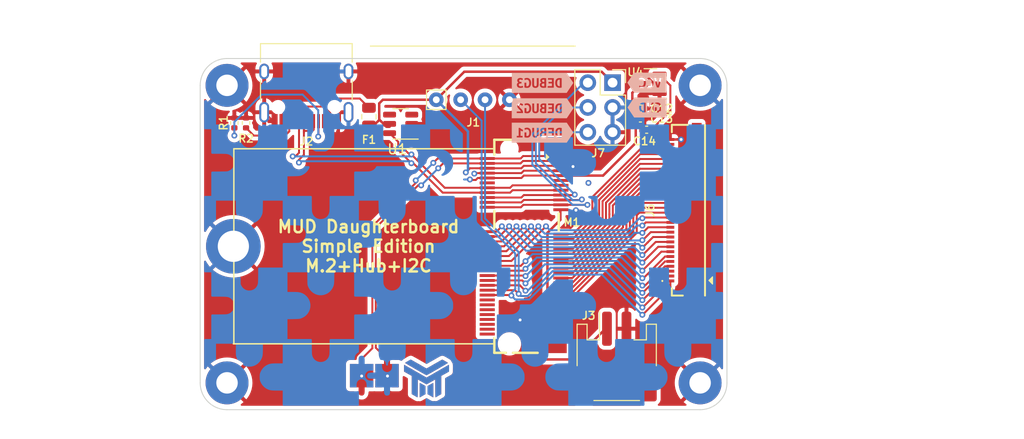
<source format=kicad_pcb>
(kicad_pcb (version 20211014) (generator pcbnew)
  (title_block (title "Simple") (date "2022-03-26") (rev "1") (company "TapTap"))
  (layers (0 "F.Cu" signal) (31 "B.Cu" signal) (34 "B.Paste" user) (35 "F.Paste" user) (36 "B.SilkS" user "B.Silkscreen") (37 "F.SilkS" user "F.Silkscreen") (38 "B.Mask" user) (39 "F.Mask" user) (44 "Edge.Cuts" user))
  (net 0 "")
  (net 1 "vout")
  (net 2 "GND")
  (net 3 "Net-(F1-Pad2)")
  (net 4 "+5V")
  (net 5 "Net-(J2-PadA5)")
  (net 6 "DI+")
  (net 7 "DI-")
  (net 9 "Net-(J2-PadB5)")
  (net 11 "vbat")
  (net 14 "P0")
  (net 15 "P1")
  (net 16 "P2")
  (net 17 "P3")
  (net 18 "P4")
  (net 19 "P5")
  (net 20 "P6")
  (net 21 "P7")
  (net 22 "P8")
  (net 23 "P9")
  (net 24 "P10")
  (net 25 "P11")
  (net 26 "I2C_SDA")
  (net 27 "I2C_SCL")
  (net 28 "P14")
  (net 29 "P15")
  (net 30 "P16")
  (net 31 "P17")
  (net 32 "P18")
  (net 33 "P19")
  (net 34 "P20")
  (net 35 "P21")
  (net 36 "P22")
  (net 37 "P23")
  (net 38 "P24")
  (net 39 "P25")
  (net 40 "P26")
  (net 41 "P27")
  (net 42 "reset1")
  (net 43 "reset2")
  (net 46 "DEBUG1")
  (net 47 "DEBUG2")
  (net 48 "DEBUG3")
  (net 65 "mbout")
  (footprint "MountingHole:MountingHole_2.2mm_M2_Pad" (layer "F.Cu") (at 66 48)
    (fp_text reference "H2" hide)
    (fp_text value "Case attach (M2)")
  )
  (footprint "Resistor_SMD:R_0402_1005Metric" (layer "F.Cu") (at 18.25 21.35 -90)
    (fp_text reference "R1")
    (fp_text value "5.1k")
  )
  (footprint "Connector_JST:JST_PH_S2B-PH-SM4-TB_1x02-1MP_P2.00mm_Horizontal" (layer "F.Cu") (at 57.45 45.3)
    (fp_text reference "J3")
    (fp_text value "BATTERY JST")
  )
  (footprint "MountingHole:MountingHole_2.2mm_M2_Pad" (layer "F.Cu") (at 17.5 48)
    (fp_text reference "H4" hide)
    (fp_text value "Case attach (M2)")
  )
  (footprint "Connector-pat-various:Magnetic Pogo 4 pin" (layer "F.Cu") (at 42.7 13.475)
    (fp_text reference "J1")
    (fp_text value "I2C EXT")
  )
  (footprint "LogoSmall:Full-brd" (layer "F.Cu") (at 41.75 32.75)
    (fp_text reference "Ref**" hide)
    (fp_text value "Val**" hide)
  )
  (footprint "MountingHole:MountingHole_2.2mm_M2_Pad" (layer "F.Cu") (at 17.5 17.5)
    (fp_text reference "H1" hide)
    (fp_text value "Case attach (M2)")
  )
  (footprint "Package_TO_SOT_SMD:SOT-23" (layer "F.Cu") (at 60.9 17.35 180)
    (fp_text reference "U4")
    (fp_text value "XC6206P332MR")
  )
  (footprint "LogoSmall:tt_4mm" (layer "F.Cu") (at 37.95 47.55)
    (fp_text reference "LO1" hide)
    (fp_text value "TapTap Logo" hide)
  )
  (footprint "MountingHole:MountingHole_2.2mm_M2_Pad" (layer "F.Cu") (at 66 17.5)
    (fp_text reference "H3" hide)
    (fp_text value "Case attach (M2)")
  )
  (footprint "Capacitor_SMD:C_0402_1005Metric" (layer "F.Cu") (at 60.52 22.05 180)
    (fp_text reference "C14")
    (fp_text value "1uF")
  )
  (footprint "Capacitor_SMD:C_0402_1005Metric" (layer "F.Cu") (at 59.88 20.900001)
    (fp_text reference "C13")
    (fp_text value "1uF")
  )
  (footprint "Package_TO_SOT_SMD:SOT-23-6" (layer "F.Cu") (at 35.3 21.45 180)
    (fp_text reference "U1")
    (fp_text value "SRV05-4")
  )
  (footprint "Resistor_SMD:R_0402_1005Metric" (layer "F.Cu") (at 19.45 21.35 90)
    (fp_text reference "R2")
    (fp_text value "5.1k")
  )
  (footprint "Resistor_SMD:R_0805_2012Metric" (layer "F.Cu") (at 32.05 20.7125 90)
    (fp_text reference "F1")
    (fp_text value "Polyfuse")
  )
  (footprint "m2ngff:m2-bracket-key-e" (layer "F.Cu") (at 47.95 34 -90)
    (fp_text reference "M1")
    (fp_text value "M.2_Key_E")
  )
  (footprint "Connector_PinSocket_2.54mm:PinSocket_2x03_P2.54mm_Vertical" (layer "F.Cu") (at 57.025 17.225)
    (fp_text reference "J7")
    (fp_text value "DEBUG")
  )
  (footprint "Connector_USB:USB_C_Receptacle_HRO_TYPE-C-31-M-12" (layer "F.Cu") (at 25.63 17.125 180)
    (fp_text reference "J2")
    (fp_text value "HRO-TYPEC-M12")
  )
  (footprint "Capacitor_SMD:C_0402_1005Metric" (layer "F.Cu") (at 59.88 19.875001)
    (fp_text reference "C12")
    (fp_text value "4.7uF")
  )
  (footprint "LogoSmall:LogoSmall_Cu" (layer "F.Cu") (at 32.6 47.25)
    (fp_text reference "LO2" hide)
    (fp_text value "MUD LOGO" hide)
  )
  (footprint "MountingHole:MountingHole_3.2mm_M3_DIN965_Pad" (layer "F.Cu") (at 18.149 34)
    (fp_text reference "H5" hide)
    (fp_text value "M.2 Mount (M3)")
  )
  (footprint "Connector-pat-various:100519223010ELF" (layer "F.Cu") (at 64.725839 30.3 90)
    (fp_text reference "J6")
    (fp_text value "FFC" hide)
  )
  (footprint "kibuzzard-623E3129" (layer "B.Cu") (at 49.85 22.35 180)
    (fp_text reference "kibuzzard-623E3129" hide)
    (fp_text value "G***" hide)
  )
  (footprint "kibuzzard-623B2578" (layer "B.Cu") (at 60.547062 17.225 180)
    (fp_text reference "kibuzzard-623B2578" hide)
    (fp_text value "G***" hide)
  )
  (footprint "kibuzzard-623E3101" (layer "B.Cu") (at 49.85 17.25 180)
    (fp_text reference "kibuzzard-623E3101" hide)
    (fp_text value "G***" hide)
  )
  (footprint "LogoSmall:tt_4mm" (layer "B.Cu") (at 37.95 47.55 180)
    (fp_text reference "LO4" hide)
    (fp_text value "TapTap Logo" hide)
  )
  (footprint "kibuzzard-623B2586" (layer "B.Cu") (at 60.555 19.768969 180)
    (fp_text reference "kibuzzard-623B2586" hide)
    (fp_text value "G***" hide)
  )
  (footprint "kibuzzard-623E3114" (layer "B.Cu") (at 49.85 19.85 180)
    (fp_text reference "kibuzzard-623E3114" hide)
    (fp_text value "G***" hide)
  )
  (footprint "LogoSmall:LogoSmall_Cu" (layer "B.Cu") (at 32.6 47.25 180)
    (fp_text reference "LO3" hide)
    (fp_text value "MUD LOGO" hide)
  )
  (gr_line (start 18.149 44) (end 44.851 44) (layer "F.SilkS") (width 0.15))
  (gr_line (start 18.2 24) (end 18.2 44) (layer "F.SilkS") (width 0.15))
  (gr_line (start 18.2 24) (end 44.9 24) (layer "F.SilkS") (width 0.15))
  (gr_line (start 66 50.75) (end 17.5 50.75) (layer "Edge.Cuts") (width 0.1))
  (gr_arc (start 66 14.75) (mid 67.944544 15.555456) (end 68.75 17.5) (layer "Edge.Cuts") (width 0.1))
  (gr_arc (start 14.75 17.5) (mid 15.555456 15.555456) (end 17.5 14.75) (layer "Edge.Cuts") (width 0.1))
  (gr_line (start 68.75 48) (end 68.75 17.5) (layer "Edge.Cuts") (width 0.1))
  (gr_arc (start 17.5 50.75) (mid 15.555456 49.944544) (end 14.75 48) (layer "Edge.Cuts") (width 0.1))
  (gr_line (start 14.75 17.5) (end 14.75 48) (layer "Edge.Cuts") (width 0.1))
  (gr_arc (start 68.75 48) (mid 67.944544 49.944544) (end 66 50.75) (layer "Edge.Cuts") (width 0.1))
  (gr_line (start 66 14.75) (end 17.5 14.75) (layer "Edge.Cuts") (width 0.1))
  (gr_text "MUD Daughterboard\nSimple Edition\nM.2+Hub+I2C" (at 31.999 34) (layer "F.SilkS") (effects (font (size 1.25 1.25) (thickness 0.25))))
  (segment (start 42.45 27.2) (end 42.4 27.15) (width 0.2) (layer "F.Cu") (net 1))
  (segment (start 59.05 19.4) (end 59.05 18.2625) (width 0.25) (layer "F.Cu") (net 1))
  (segment (start 59.05 18.2625) (end 59.9625 17.35) (width 0.25) (layer "F.Cu") (net 1))
  (segment (start 51.674 26.75) (end 47.924 26.75) (width 0.2) (layer "F.Cu") (net 1))
  (segment (start 59.4 19.75) (end 59.05 19.4) (width 0.25) (layer "F.Cu") (net 1))
  (segment (start 47.924 26.75) (end 47.674 27) (width 0.2) (layer "F.Cu") (net 1))
  (segment (start 59.4 20.900001) (end 59.4 23.4) (width 0.25) (layer "F.Cu") (net 1))
  (segment (start 59.4 19.875001) (end 59.4 19.75) (width 0.25) (layer "F.Cu") (net 1))
  (segment (start 59.4 23.4) (end 56.05 26.75) (width 0.25) (layer "F.Cu") (net 1))
  (segment (start 42.55 27.2) (end 42.45 27.2) (width 0.2) (layer "F.Cu") (net 1))
  (segment (start 42.999978 27.2) (end 42.55 27.2) (width 0.2) (layer "F.Cu") (net 1))
  (segment (start 56.05 26.75) (end 51.674 26.75) (width 0.25) (layer "F.Cu") (net 1))
  (segment (start 43.199978 27) (end 42.999978 27.2) (width 0.2) (layer "F.Cu") (net 1))
  (segment (start 59.4 20.9) (end 59.4 19.875001) (width 0.25) (layer "F.Cu") (net 1))
  (segment (start 47.674 27) (end 44.124 27) (width 0.2) (layer "F.Cu") (net 1))
  (segment (start 44.124 27) (end 43.199978 27) (width 0.2) (layer "F.Cu") (net 1))
  (via (at 42.4 27.15) (size 0.6) (drill 0.3) (layers "F.Cu" "B.Cu") (net 1))
  (segment (start 42.4 27.15) (end 41.8 27.15) (width 0.2) (layer "B.Cu") (net 1))
  (segment (start 60.36 20.900001) (end 60.36 21.73) (width 0.25) (layer "F.Cu") (net 2))
  (segment (start 60.25 16.299639) (end 60.25 16.25) (width 0.25) (layer "F.Cu") (net 2))
  (segment (start 61.8375 18.3) (end 61.8375 17.887139) (width 0.25) (layer "F.Cu") (net 2))
  (segment (start 60.36 19.875001) (end 60.36 19.7775) (width 0.25) (layer "F.Cu") (net 2))
  (segment (start 61.8375 17.887139) (end 60.25 16.299639) (width 0.25) (layer "F.Cu") (net 2))
  (segment (start 47.674 26.499999) (end 44.124 26.499999) (width 0.2) (layer "F.Cu") (net 2))
  (segment (start 51.674 26.25) (end 47.924 26.25) (width 0.2) (layer "F.Cu") (net 2))
  (segment (start 60.36 21.73) (end 60.04 22.05) (width 0.25) (layer "F.Cu") (net 2))
  (segment (start 64.05 23.05) (end 62.950839 23.05) (width 0.25) (layer "F.Cu") (net 2))
  (segment (start 42.85 26.55) (end 42.9 26.5) (width 0.2) (layer "F.Cu") (net 2))
  (segment (start 22.225 21.17) (end 21.31 20.255) (width 0.2) (layer "F.Cu") (net 2))
  (segment (start 47.924 26.25) (end 47.674 26.499999) (width 0.2) (layer "F.Cu") (net 2))
  (segment (start 52.969 25.825) (end 52.544 26.25) (width 0.2) (layer "F.Cu") (net 2))
  (segment (start 52.544 26.25) (end 51.674 26.25) (width 0.2) (layer "F.Cu") (net 2))
  (segment (start 42.9 26.5) (end 44.124 26.5) (width 0.2) (layer "F.Cu") (net 2))
  (via (at 53.269 30.3) (size 0.6) (drill 0.3) (layers "F.Cu" "B.Cu") (net 2))
  (via (at 64.05 23.05) (size 0.6) (drill 0.3) (layers "F.Cu" "B.Cu") (net 2))
  (via (at 42.85 26.55) (size 0.6) (drill 0.3) (layers "F.Cu" "B.Cu") (net 2))
  (via (at 54.55 27.5) (size 0.6) (drill 0.3) (layers "F.Cu" "B.Cu") (net 2))
  (via (at 47.544 41.55) (size 0.6) (drill 0.3) (layers "F.Cu" "B.Cu") (net 2))
  (via (at 52.969 25.825) (size 0.6) (drill 0.3) (layers "F.Cu" "B.Cu") (net 2))
  (segment (start 24.000978 19.675) (end 23.18 20.495978) (width 0.2) (layer "F.Cu") (net 3))
  (segment (start 28.1 18.85) (end 27.275 19.675) (width 0.2) (layer "F.Cu") (net 3))
  (segment (start 28.08 20.345) (end 27.41 19.675) (width 0.2) (layer "F.Cu") (net 3))
  (segment (start 31.1 18.85) (end 28.1 18.85) (width 0.2) (layer "F.Cu") (net 3))
  (segment (start 27.41 19.675) (end 27.275 19.675) (width 0.2) (layer "F.Cu") (net 3))
  (segment (start 23.18 20.495978) (end 23.18 21.17) (width 0.2) (layer "F.Cu") (net 3))
  (segment (start 32.05 19.8) (end 31.1 18.85) (width 0.2) (layer "F.Cu") (net 3))
  (segment (start 27.275 19.675) (end 24.000978 19.675) (width 0.2) (layer "F.Cu") (net 3))
  (segment (start 28.08 21.17) (end 28.08 20.345) (width 0.2) (layer "F.Cu") (net 3))
  (segment (start 57.025 17.225) (end 55.900489 16.100489) (width 0.25) (layer "F.Cu") (net 4))
  (segment (start 33.1 20.575) (end 33.1 19.35) (width 0.25) (layer "F.Cu") (net 4))
  (segment (start 41.824511 16.100489) (end 38.95 18.975) (width 0.25) (layer "F.Cu") (net 4))
  (segment (start 55.900489 16.100489) (end 41.824511 16.100489) (width 0.25) (layer "F.Cu") (net 4))
  (segment (start 33.849639 21.75) (end 34.1625 21.75) (width 0.25) (layer "F.Cu") (net 4))
  (segment (start 51.674 25.75) (end 47.924 25.75) (width 0.2) (layer "F.Cu") (net 4))
  (segment (start 42.405382 26) (end 44.124 26) (width 0.2) (layer "F.Cu") (net 4))
  (segment (start 41.977691 26.427691) (end 42.405382 26) (width 0.2) (layer "F.Cu") (net 4))
  (segment (start 33.475 18.975) (end 38.95 18.975) (width 0.25) (layer "F.Cu") (net 4))
  (segment (start 32.525 21.625) (end 33.1 21.05) (width 0.25) (layer "F.Cu") (net 4))
  (segment (start 33.1 21.000361) (end 33.849639 21.75) (width 0.25) (layer "F.Cu") (net 4))
  (segment (start 33.1 20.575) (end 33.1 21.000361) (width 0.25) (layer "F.Cu") (net 4))
  (segment (start 47.924 25.75) (end 47.674 26) (width 0.2) (layer "F.Cu") (net 4))
  (segment (start 33.1 21.05) (end 33.1 20.575) (width 0.25) (layer "F.Cu") (net 4))
  (segment (start 47.674 26) (end 44.124 26) (width 0.2) (layer "F.Cu") (net 4))
  (segment (start 33.1 19.35) (end 33.475 18.975) (width 0.25) (layer "F.Cu") (net 4))
  (segment (start 32.05 21.625) (end 32.525 21.625) (width 0.25) (layer "F.Cu") (net 4))
  (via (at 41.977691 26.427691) (size 0.6) (drill 0.3) (layers "F.Cu" "B.Cu") (net 4))
  (segment (start 42.2 22.225) (end 38.95 18.975) (width 0.25) (layer "B.Cu") (net 4))
  (segment (start 42.2 26.205382) (end 42.2 22.225) (width 0.25) (layer "B.Cu") (net 4))
  (segment (start 41.977691 26.427691) (end 42.2 26.205382) (width 0.25) (layer "B.Cu") (net 4))
  (segment (start 26.88 21.17) (end 26.88 22.72) (width 0.2) (layer "F.Cu") (net 5))
  (segment (start 26.88 22.72) (end 26.85 22.75) (width 0.2) (layer "F.Cu") (net 5))
  (segment (start 18.25 22.65) (end 18.25 21.86) (width 0.2) (layer "F.Cu") (net 5))
  (via (at 26.85 22.75) (size 0.6) (drill 0.3) (layers "F.Cu" "B.Cu") (net 5))
  (via (at 18.25 22.65) (size 0.6) (drill 0.3) (layers "F.Cu" "B.Cu") (net 5))
  (segment (start 26.85 20.05) (end 26.85 22.75) (width 0.2) (layer "B.Cu") (net 5))
  (segment (start 25.25 18.45) (end 26.85 20.05) (width 0.2) (layer "B.Cu") (net 5))
  (segment (start 18.25 22.65) (end 18.25 21.25) (width 0.2) (layer "B.Cu") (net 5))
  (segment (start 18.25 21.25) (end 21.05 18.45) (width 0.2) (layer "B.Cu") (net 5))
  (segment (start 21.05 18.45) (end 25.25 18.45) (width 0.2) (layer "B.Cu") (net 5))
  (segment (start 35.55 23.924694) (end 35.55 23.2875) (width 0.2) (layer "F.Cu") (net 6))
  (segment (start 39.818199 28) (end 44.124 28) (width 0.2) (layer "F.Cu") (net 6))
  (segment (start 24.88 21.17) (end 24.88 20.31) (width 0.2) (layer "F.Cu") (net 6))
  (segment (start 24.88 21.17) (end 24.88 24.416446) (width 0.2) (layer "F.Cu") (net 6))
  (segment (start 25.05 20.14) (end 25.67 20.14) (width 0.2) (layer "F.Cu") (net 6))
  (segment (start 24.88 20.31) (end 25.05 20.14) (width 0.2) (layer "F.Cu") (net 6))
  (segment (start 44.124 28) (end 46.524 28) (width 0.2) (layer "F.Cu") (net 6))
  (segment (start 36.4 24.581801) (end 39.818199 28) (width 0.2) (layer "F.Cu") (net 6))
  (segment (start 24.514645 24.781801) (end 24.231801 24.781801) (width 0.2) (layer "F.Cu") (net 6))
  (segment (start 35.55 23.2875) (end 36.4375 22.4) (width 0.2) (layer "F.Cu") (net 6))
  (segment (start 51.674 27.75) (end 46.774 27.75) (width 0.2) (layer "F.Cu") (net 6))
  (segment (start 25.67 20.14) (end 25.879999 20.349999) (width 0.2) (layer "F.Cu") (net 6))
  (segment (start 25.879999 20.349999) (end 25.879999 21.17) (width 0.2) (layer "F.Cu") (net 6))
  (segment (start 24.88 24.416446) (end 24.514645 24.781801) (width 0.2) (layer "F.Cu") (net 6))
  (segment (start 36.4 24.581801) (end 36.207107 24.581801) (width 0.2) (layer "F.Cu") (net 6))
  (segment (start 36.207107 24.581801) (end 35.55 23.924694) (width 0.2) (layer "F.Cu") (net 6))
  (segment (start 46.524 28) (end 46.774 27.75) (width 0.2) (layer "F.Cu") (net 6))
  (via (at 24.231801 24.781801) (size 0.6) (drill 0.3) (layers "F.Cu" "B.Cu") (net 6))
  (via (at 36.4 24.581801) (size 0.6) (drill 0.3) (layers "F.Cu" "B.Cu") (net 6))
  (segment (start 24.231801 24.781801) (end 36.2 24.781801) (width 0.2) (layer "B.Cu") (net 6))
  (segment (start 36.2 24.781801) (end 36.4 24.581801) (width 0.2) (layer "B.Cu") (net 6))
  (segment (start 35.05 24.131801) (end 35.05 23.2875) (width 0.2) (layer "F.Cu") (net 7))
  (segment (start 39.611092 28.5) (end 44.124 28.5) (width 0.2) (layer "F.Cu") (net 7))
  (segment (start 46.524 28.5) (end 46.774 28.25) (width 0.2) (layer "F.Cu") (net 7))
  (segment (start 36.592893 25.481801) (end 39.611092 28.5) (width 0.2) (layer "F.Cu") (net 7))
  (segment (start 51.674 28.25) (end 46.774 28.25) (width 0.2) (layer "F.Cu") (net 7))
  (segment (start 44.124 28.5) (end 46.524 28.5) (width 0.2) (layer "F.Cu") (net 7))
  (segment (start 26.38 22.044022) (end 26.254022 22.17) (width 0.2) (layer "F.Cu") (net 7))
  (segment (start 35.05 23.2875) (end 34.1625 22.4) (width 0.2) (layer "F.Cu") (net 7))
  (segment (start 26.254022 22.17) (end 25.38 22.17) (width 0.2) (layer "F.Cu") (net 7))
  (segment (start 36.4 25.481801) (end 36.592893 25.481801) (width 0.2) (layer "F.Cu") (net 7))
  (segment (start 26.38 21.17) (end 26.38 22.044022) (width 0.2) (layer "F.Cu") (net 7))
  (segment (start 25.38 21.17) (end 25.38 24.623554) (width 0.2) (layer "F.Cu") (net 7))
  (segment (start 24.868199 25.135355) (end 24.868199 25.418199) (width 0.2) (layer "F.Cu") (net 7))
  (segment (start 25.38 24.623554) (end 24.868199 25.135355) (width 0.2) (layer "F.Cu") (net 7))
  (segment (start 36.4 25.481801) (end 35.05 24.131801) (width 0.2) (layer "F.Cu") (net 7))
  (segment (start 25.38 21.17) (end 25.38 22.38) (width 0.2) (layer "F.Cu") (net 7))
  (via (at 24.868199 25.418199) (size 0.6) (drill 0.3) (layers "F.Cu" "B.Cu") (net 7))
  (via (at 36.4 25.481801) (size 0.6) (drill 0.3) (layers "F.Cu" "B.Cu") (net 7))
  (segment (start 24.868199 25.418199) (end 25.004597 25.281801) (width 0.2) (layer "B.Cu") (net 7))
  (segment (start 36.2 25.281801) (end 36.4 25.481801) (width 0.2) (layer "B.Cu") (net 7))
  (segment (start 25.004597 25.281801) (end 36.2 25.281801) (width 0.2) (layer "B.Cu") (net 7))
  (segment (start 20.24 22.65) (end 19.45 21.86) (width 0.2) (layer "F.Cu") (net 9))
  (segment (start 23.88 22.22) (end 23.45 22.65) (width 0.2) (layer "F.Cu") (net 9))
  (segment (start 23.88 21.17) (end 23.88 22.22) (width 0.2) (layer "F.Cu") (net 9))
  (segment (start 23.45 22.65) (end 20.24 22.65) (width 0.2) (layer "F.Cu") (net 9))
  (segment (start 48.9 43.55) (end 48.9 45.1) (width 0.25) (layer "F.Cu") (net 11))
  (segment (start 51.674 31.287482) (end 50.35 32.611482) (width 0.25) (layer "F.Cu") (net 11))
  (segment (start 49.4 45.6) (end 53.15 45.6) (width 0.25) (layer "F.Cu") (net 11))
  (segment (start 50.35 32.611482) (end 50.35 42.1) (width 0.25) (layer "F.Cu") (net 11))
  (segment (start 53.15 45.6) (end 56.45 42.3) (width 0.25) (layer "F.Cu") (net 11))
  (segment (start 51.674 30.25) (end 51.674 31.287482) (width 0.25) (layer "F.Cu") (net 11))
  (segment (start 50.35 42.1) (end 48.9 43.55) (width 0.25) (layer "F.Cu") (net 11))
  (segment (start 48.9 45.1) (end 49.4 45.6) (width 0.25) (layer "F.Cu") (net 11))
  (segment (start 60.075839 35.675) (end 60.302322 35.448517) (width 0.2) (layer "F.Cu") (net 14))
  (segment (start 44.124 32.5) (end 45.124 32.5) (width 0.2) (layer "F.Cu") (net 14))
  (segment (start 60.303455 35.448517) (end 60.62535 35.126622) (width 0.2) (layer "F.Cu") (net 14))
  (segment (start 60.62535 35.125489) (end 61.700839 34.05) (width 0.2) (layer "F.Cu") (net 14))
  (segment (start 60.62535 35.126622) (end 60.62535 35.125489) (width 0.2) (layer "F.Cu") (net 14))
  (segment (start 45.124 32.5) (end 45.674 31.95) (width 0.2) (layer "F.Cu") (net 14))
  (segment (start 60.302322 35.448517) (end 60.303455 35.448517) (width 0.2) (layer "F.Cu") (net 14))
  (segment (start 61.700839 34.05) (end 62.950839 34.05) (width 0.2) (layer "F.Cu") (net 14))
  (via (at 60.075839 35.675) (size 0.6) (drill 0.3) (layers "F.Cu" "B.Cu") (net 14))
  (via (at 45.674 31.95) (size 0.6) (drill 0.3) (layers "F.Cu" "B.Cu") (net 14))
  (segment (start 45.674 31.95) (end 45.674 31.977624) (width 0.2) (layer "B.Cu") (net 14))
  (segment (start 59.849356 35.448517) (end 60.075839 35.675) (width 0.2) (layer "B.Cu") (net 14))
  (segment (start 59.848223 35.448517) (end 59.849356 35.448517) (width 0.2) (layer "B.Cu") (net 14))
  (segment (start 59.526328 35.126622) (end 59.848223 35.448517) (width 0.2) (layer "B.Cu") (net 14))
  (segment (start 45.674 31.977624) (end 48.146855 34.450479) (width 0.2) (layer "B.Cu") (net 14))
  (segment (start 59.526328 35.125489) (end 59.526328 35.126622) (width 0.2) (layer "B.Cu") (net 14))
  (segment (start 58.851318 34.450479) (end 59.526328 35.125489) (width 0.2) (layer "B.Cu") (net 14))
  (segment (start 48.146855 34.450479) (end 58.851318 34.450479) (width 0.2) (layer "B.Cu") (net 14))
  (segment (start 44.124 33) (end 45.401127 33) (width 0.2) (layer "F.Cu") (net 15))
  (segment (start 60.075839 34.899006) (end 60.103463 34.899006) (width 0.2) (layer "F.Cu") (net 15))
  (segment (start 46.423503 31.977624) (end 46.423503 31.95) (width 0.2) (layer "F.Cu") (net 15))
  (segment (start 61.452469 33.55) (end 62.950839 33.55) (width 0.2) (layer "F.Cu") (net 15))
  (segment (start 45.401127 33) (end 46.423503 31.977624) (width 0.2) (layer "F.Cu") (net 15))
  (segment (start 60.103463 34.899006) (end 61.452469 33.55) (width 0.2) (layer "F.Cu") (net 15))
  (via (at 46.423503 31.95) (size 0.6) (drill 0.3) (layers "F.Cu" "B.Cu") (net 15))
  (via (at 60.075839 34.899006) (size 0.6) (drill 0.3) (layers "F.Cu" "B.Cu") (net 15))
  (segment (start 46.423503 31.978069) (end 46.423503 31.95) (width 0.2) (layer "B.Cu") (net 15))
  (segment (start 60.075839 34.899006) (end 60.048215 34.899006) (width 0.2) (layer "B.Cu") (net 15))
  (segment (start 60.048215 34.899006) (end 59.250168 34.100959) (width 0.2) (layer "B.Cu") (net 15))
  (segment (start 59.250168 34.100959) (end 48.546393 34.100959) (width 0.2) (layer "B.Cu") (net 15))
  (segment (start 48.546393 34.100959) (end 46.423503 31.978069) (width 0.2) (layer "B.Cu") (net 15))
  (segment (start 44.124 33.5) (end 45.65063 33.5) (width 0.2) (layer "F.Cu") (net 16))
  (segment (start 60.075839 34.149503) (end 60.300831 33.924511) (width 0.2) (layer "F.Cu") (net 16))
  (segment (start 47.172561 31.978069) (end 47.172561 31.95) (width 0.2) (layer "F.Cu") (net 16))
  (segment (start 61.175342 33.05) (end 62.950839 33.05) (width 0.2) (layer "F.Cu") (net 16))
  (segment (start 60.62535 33.599992) (end 61.175342 33.05) (width 0.2) (layer "F.Cu") (net 16))
  (segment (start 60.300831 33.924511) (end 60.303455 33.924511) (width 0.2) (layer "F.Cu") (net 16))
  (segment (start 60.62535 33.602616) (end 60.62535 33.599992) (width 0.2) (layer "F.Cu") (net 16))
  (segment (start 60.303455 33.924511) (end 60.62535 33.602616) (width 0.2) (layer "F.Cu") (net 16))
  (segment (start 45.65063 33.5) (end 47.172561 31.978069) (width 0.2) (layer "F.Cu") (net 16))
  (via (at 47.172561 31.95) (size 0.6) (drill 0.3) (layers "F.Cu" "B.Cu") (net 16))
  (via (at 60.075839 34.149503) (size 0.6) (drill 0.3) (layers "F.Cu" "B.Cu") (net 16))
  (segment (start 47.172561 31.978182) (end 47.172561 31.95) (width 0.2) (layer "B.Cu") (net 16))
  (segment (start 60.075839 34.149503) (end 59.850847 33.924511) (width 0.2) (layer "B.Cu") (net 16))
  (segment (start 55.244 33.751438) (end 48.945819 33.75144) (width 0.2) (layer "B.Cu") (net 16))
  (segment (start 59.848223 33.924511) (end 59.67515 33.751438) (width 0.2) (layer "B.Cu") (net 16))
  (segment (start 59.67515 33.751438) (end 55.244 33.751438) (width 0.2) (layer "B.Cu") (net 16))
  (segment (start 59.850847 33.924511) (end 59.848223 33.924511) (width 0.2) (layer "B.Cu") (net 16))
  (segment (start 48.945819 33.75144) (end 47.172561 31.978182) (width 0.2) (layer "B.Cu") (net 16))
  (segment (start 60.200497 34.274503) (end 60.25 34.274503) (width 0.2) (layer "B.Cu") (net 16))
  (segment (start 47.921506 31.978182) (end 47.921506 31.95) (width 0.2) (layer "F.Cu") (net 17))
  (segment (start 45.899688 34) (end 47.921506 31.978182) (width 0.2) (layer "F.Cu") (net 17))
  (segment (start 60.075839 33.375) (end 60.113339 33.375) (width 0.2) (layer "F.Cu") (net 17))
  (segment (start 60.113339 33.375) (end 60.938339 32.55) (width 0.2) (layer "F.Cu") (net 17))
  (segment (start 60.938339 32.55) (end 62.950839 32.55) (width 0.2) (layer "F.Cu") (net 17))
  (segment (start 44.124 34) (end 45.899688 34) (width 0.2) (layer "F.Cu") (net 17))
  (via (at 47.921506 31.95) (size 0.6) (drill 0.3) (layers "F.Cu" "B.Cu") (net 17))
  (via (at 60.075839 33.375) (size 0.6) (drill 0.3) (layers "F.Cu" "B.Cu") (net 17))
  (segment (start 60.04892 33.401919) (end 60.075839 33.375) (width 0.2) (layer "B.Cu") (net 17))
  (segment (start 47.921506 31.95) (end 47.921506 31.977986) (width 0.2) (layer "B.Cu") (net 17))
  (segment (start 49.887936 33.401919) (end 60.04892 33.401919) (width 0.2) (layer "B.Cu") (net 17))
  (segment (start 49.34544 33.40192) (end 49.887936 33.401919) (width 0.2) (layer "B.Cu") (net 17))
  (segment (start 47.921506 31.977986) (end 49.34544 33.40192) (width 0.2) (layer "B.Cu") (net 17))
  (segment (start 60.103463 32.624006) (end 60.677469 32.05) (width 0.2) (layer "F.Cu") (net 18))
  (segment (start 60.677469 32.05) (end 62.950839 32.05) (width 0.2) (layer "F.Cu") (net 18))
  (segment (start 60.050339 32.624006) (end 60.103463 32.624006) (width 0.2) (layer "F.Cu") (net 18))
  (segment (start 46.148633 34.5) (end 48.670647 31.977986) (width 0.2) (layer "F.Cu") (net 18))
  (segment (start 48.670647 31.977986) (end 48.670647 31.95) (width 0.2) (layer "F.Cu") (net 18))
  (segment (start 44.124 34.5) (end 46.148633 34.5) (width 0.2) (layer "F.Cu") (net 18))
  (via (at 48.670647 31.95) (size 0.6) (drill 0.3) (layers "F.Cu" "B.Cu") (net 18))
  (via (at 60.075839 32.624006) (size 0.6) (drill 0.3) (layers "F.Cu" "B.Cu") (net 18))
  (segment (start 59.264586 32.624006) (end 60.075839 32.624006) (width 0.2) (layer "B.Cu") (net 18))
  (segment (start 58.836194 33.052398) (end 59.264586 32.624006) (width 0.2) (layer "B.Cu") (net 18))
  (segment (start 48.670647 31.979888) (end 49.743159 33.0524) (width 0.2) (layer "B.Cu") (net 18))
  (segment (start 49.743161 33.052399) (end 58.836194 33.052398) (width 0.2) (layer "B.Cu") (net 18))
  (segment (start 49.743159 33.0524) (end 49.743161 33.052399) (width 0.2) (layer "B.Cu") (net 18))
  (segment (start 60.2245 32.749006) (end 60.125994 32.749006) (width 0.2) (layer "B.Cu") (net 18))
  (segment (start 48.670647 31.95) (end 48.670647 31.979888) (width 0.2) (layer "B.Cu") (net 18))
  (segment (start 49.417886 31.979888) (end 49.417886 31.95) (width 0.2) (layer "F.Cu") (net 19))
  (segment (start 46.397774 35) (end 49.417886 31.979888) (width 0.2) (layer "F.Cu") (net 19))
  (segment (start 44.124 35) (end 46.397774 35) (width 0.2) (layer "F.Cu") (net 19))
  (segment (start 60.103463 31.874503) (end 60.050339 31.874503) (width 0.2) (layer "F.Cu") (net 19))
  (segment (start 60.427966 31.55) (end 60.103463 31.874503) (width 0.2) (layer "F.Cu") (net 19))
  (segment (start 62.950839 31.55) (end 60.427966 31.55) (width 0.2) (layer "F.Cu") (net 19))
  (via (at 60.075839 31.874503) (size 0.6) (drill 0.3) (layers "F.Cu" "B.Cu") (net 19))
  (via (at 49.417886 31.95) (size 0.6) (drill 0.3) (layers "F.Cu" "B.Cu") (net 19))
  (segment (start 60.196876 31.999503) (end 60.2245 31.999503) (width 0.2) (layer "B.Cu") (net 19))
  (segment (start 49.417886 31.95) (end 49.417886 32.051114) (width 0.2) (layer "B.Cu") (net 19))
  (segment (start 59.519793 31.874503) (end 60.075839 31.874503) (width 0.2) (layer "B.Cu") (net 19))
  (segment (start 50.069651 32.702879) (end 58.691417 32.702879) (width 0.2) (layer "B.Cu") (net 19))
  (segment (start 49.417886 32.051114) (end 50.069651 32.702879) (width 0.2) (layer "B.Cu") (net 19))
  (segment (start 58.691417 32.702879) (end 59.519793 31.874503) (width 0.2) (layer "B.Cu") (net 19))
  (segment (start 50.199 31.95) (end 46.649 35.5) (width 0.2) (layer "F.Cu") (net 20))
  (segment (start 60.125339 31.05) (end 62.950839 31.05) (width 0.2) (layer "F.Cu") (net 20))
  (segment (start 60.050339 31.125) (end 60.125339 31.05) (width 0.2) (layer "F.Cu") (net 20))
  (segment (start 46.649 35.5) (end 44.124 35.5) (width 0.2) (layer "F.Cu") (net 20))
  (via (at 50.199 31.95) (size 0.6) (drill 0.3) (layers "F.Cu" "B.Cu") (net 20))
  (via (at 60.075839 31.125) (size 0.6) (drill 0.3) (layers "F.Cu" "B.Cu") (net 20))
  (segment (start 58.54664 32.35336) (end 59.775 31.125) (width 0.2) (layer "B.Cu") (net 20))
  (segment (start 59.775 31.125) (end 60.075839 31.125) (width 0.2) (layer "B.Cu") (net 20))
  (segment (start 50.199 31.95) (end 50.60236 32.35336) (width 0.2) (layer "B.Cu") (net 20))
  (segment (start 50.60236 32.35336) (end 58.54664 32.35336) (width 0.2) (layer "B.Cu") (net 20))
  (segment (start 60.2 31.25) (end 60.2245 31.25) (width 0.2) (layer "B.Cu") (net 20))
  (segment (start 60.075839 36.5) (end 62.025839 34.55) (width 0.2) (layer "F.Cu") (net 21))
  (segment (start 44.124 36) (end 47.624 36) (width 0.2) (layer "F.Cu") (net 21))
  (segment (start 47.624 36) (end 48.099 35.525) (width 0.2) (layer "F.Cu") (net 21))
  (segment (start 62.025839 34.55) (end 62.950839 34.55) (width 0.2) (layer "F.Cu") (net 21))
  (via (at 60.075839 36.5) (size 0.6) (drill 0.3) (layers "F.Cu" "B.Cu") (net 21))
  (via (at 48.099 35.525) (size 0.6) (drill 0.3) (layers "F.Cu" "B.Cu") (net 21))
  (segment (start 58.375843 34.800004) (end 55.244004 34.800004) (width 0.2) (layer "B.Cu") (net 21))
  (segment (start 60.247376 36.625) (end 60.25 36.625) (width 0.2) (layer "B.Cu") (net 21))
  (segment (start 55.244004 34.800004) (end 55.244 34.8) (width 0.2) (layer "B.Cu") (net 21))
  (segment (start 55.244 34.8) (end 48.824001 34.799999) (width 0.2) (layer "B.Cu") (net 21))
  (segment (start 48.824001 34.799999) (end 48.099 35.525) (width 0.2) (layer "B.Cu") (net 21))
  (segment (start 60.075839 36.5) (end 58.375843 34.800004) (width 0.2) (layer "B.Cu") (net 21))
  (segment (start 44.124 36.5) (end 47.901986 36.5) (width 0.2) (layer "F.Cu") (net 22))
  (segment (start 62.950839 35.05) (end 62.408727 35.05) (width 0.2) (layer "F.Cu") (net 22))
  (segment (start 62.408727 35.05) (end 60.184224 37.274503) (width 0.2) (layer "F.Cu") (net 22))
  (segment (start 60.184224 37.274503) (end 60.075839 37.274503) (width 0.2) (layer "F.Cu") (net 22))
  (segment (start 47.901986 36.5) (end 48.099 36.302986) (width 0.2) (layer "F.Cu") (net 22))
  (via (at 48.099 36.302986) (size 0.6) (drill 0.3) (layers "F.Cu" "B.Cu") (net 22))
  (via (at 60.075839 37.274503) (size 0.6) (drill 0.3) (layers "F.Cu" "B.Cu") (net 22))
  (segment (start 59.848223 37.049511) (end 59.850847 37.049511) (width 0.2) (layer "B.Cu") (net 22))
  (segment (start 59.526328 36.724992) (end 59.526328 36.727616) (width 0.2) (layer "B.Cu") (net 22))
  (segment (start 59.526328 36.727616) (end 59.848223 37.049511) (width 0.2) (layer "B.Cu") (net 22))
  (segment (start 59.850847 37.049511) (end 60.075839 37.274503) (width 0.2) (layer "B.Cu") (net 22))
  (segment (start 57.95086 35.149524) (end 59.526328 36.724992) (width 0.2) (layer "B.Cu") (net 22))
  (segment (start 49.252466 35.14952) (end 55.099225 35.14952) (width 0.2) (layer "B.Cu") (net 22))
  (segment (start 55.099229 35.149524) (end 57.95086 35.149524) (width 0.2) (layer "B.Cu") (net 22))
  (segment (start 55.099225 35.14952) (end 55.099229 35.149524) (width 0.2) (layer "B.Cu") (net 22))
  (segment (start 48.099 36.302986) (end 49.252466 35.14952) (width 0.2) (layer "B.Cu") (net 22))
  (segment (start 60.25 37.399503) (end 60.222376 37.399503) (width 0.2) (layer "B.Cu") (net 22))
  (segment (start 48.046521 37) (end 48.099 37.052479) (width 0.2) (layer "F.Cu") (net 23))
  (segment (start 44.124 37) (end 48.046521 37) (width 0.2) (layer "F.Cu") (net 23))
  (segment (start 61.177279 37.205397) (end 61.17728 36.775743) (width 0.2) (layer "F.Cu") (net 23))
  (segment (start 61.17728 36.775743) (end 62.403023 35.55) (width 0.2) (layer "F.Cu") (net 23))
  (segment (start 62.403023 35.55) (end 62.950839 35.55) (width 0.2) (layer "F.Cu") (net 23))
  (segment (start 60.075839 38.024006) (end 60.35867 38.024006) (width 0.2) (layer "F.Cu") (net 23))
  (segment (start 60.35867 38.024006) (end 61.177279 37.205397) (width 0.2) (layer "F.Cu") (net 23))
  (via (at 48.099 37.052479) (size 0.6) (drill 0.3) (layers "F.Cu" "B.Cu") (net 23))
  (via (at 60.075839 38.024006) (size 0.6) (drill 0.3) (layers "F.Cu" "B.Cu") (net 23))
  (segment (start 49.680073 35.49904) (end 48.126634 37.052479) (width 0.2) (layer "B.Cu") (net 23))
  (segment (start 57.523249 35.49904) (end 49.680073 35.49904) (width 0.2) (layer "B.Cu") (net 23))
  (segment (start 60.075839 38.024006) (end 60.048215 38.024006) (width 0.2) (layer "B.Cu") (net 23))
  (segment (start 60.222376 38.149006) (end 60.25 38.149006) (width 0.2) (layer "B.Cu") (net 23))
  (segment (start 60.048215 38.024006) (end 57.523249 35.49904) (width 0.2) (layer "B.Cu") (net 23))
  (segment (start 48.126634 37.052479) (end 48.099 37.052479) (width 0.2) (layer "B.Cu") (net 23))
  (segment (start 48.071376 37.801982) (end 48.099 37.801982) (width 0.2) (layer "F.Cu") (net 24))
  (segment (start 60.103463 38.773509) (end 61.526799 37.350173) (width 0.2) (layer "F.Cu") (net 24))
  (segment (start 47.769394 37.5) (end 48.071376 37.801982) (width 0.2) (layer "F.Cu") (net 24))
  (segment (start 60.075839 38.773509) (end 60.103463 38.773509) (width 0.2) (layer "F.Cu") (net 24))
  (segment (start 44.124 37.5) (end 47.769394 37.5) (width 0.2) (layer "F.Cu") (net 24))
  (segment (start 61.526799 36.92052) (end 62.397319 36.05) (width 0.2) (layer "F.Cu") (net 24))
  (segment (start 61.526799 37.350173) (end 61.526799 36.92052) (width 0.2) (layer "F.Cu") (net 24))
  (segment (start 62.397319 36.05) (end 62.950839 36.05) (width 0.2) (layer "F.Cu") (net 24))
  (via (at 60.075839 38.773509) (size 0.6) (drill 0.3) (layers "F.Cu" "B.Cu") (net 24))
  (via (at 48.099 37.801982) (size 0.6) (drill 0.3) (layers "F.Cu" "B.Cu") (net 24))
  (segment (start 48.099 37.801982) (end 48.126624 37.801982) (width 0.2) (layer "B.Cu") (net 24))
  (segment (start 57.123266 35.84856) (end 60.048215 38.773509) (width 0.2) (layer "B.Cu") (net 24))
  (segment (start 50.080045 35.848561) (end 57.123266 35.84856) (width 0.2) (layer "B.Cu") (net 24))
  (segment (start 60.25 38.898509) (end 60.200052 38.848561) (width 0.2) (layer "B.Cu") (net 24))
  (segment (start 60.048215 38.773509) (end 60.075839 38.773509) (width 0.2) (layer "B.Cu") (net 24))
  (segment (start 48.126624 37.801982) (end 50.080045 35.848561) (width 0.2) (layer "B.Cu") (net 24))
  (segment (start 48.070721 38.55083) (end 48.099 38.55083) (width 0.2) (layer "F.Cu") (net 25))
  (segment (start 61.876319 37.750156) (end 61.876319 37.075498) (width 0.2) (layer "F.Cu") (net 25))
  (segment (start 61.876319 37.075498) (end 62.401817 36.55) (width 0.2) (layer "F.Cu") (net 25))
  (segment (start 47.549489 38.029598) (end 48.070721 38.55083) (width 0.2) (layer "F.Cu") (net 25))
  (segment (start 60.075839 39.523012) (end 60.103463 39.523012) (width 0.2) (layer "F.Cu") (net 25))
  (segment (start 62.401817 36.55) (end 62.950839 36.55) (width 0.2) (layer "F.Cu") (net 25))
  (segment (start 60.103463 39.523012) (end 61.876319 37.750156) (width 0.2) (layer "F.Cu") (net 25))
  (segment (start 47.549489 38.025489) (end 47.549489 38.029598) (width 0.2) (layer "F.Cu") (net 25))
  (segment (start 47.524 38) (end 47.549489 38.025489) (width 0.2) (layer "F.Cu") (net 25))
  (segment (start 44.124 38) (end 47.524 38) (width 0.2) (layer "F.Cu") (net 25))
  (via (at 60.075839 39.523012) (size 0.6) (drill 0.3) (layers "F.Cu" "B.Cu") (net 25))
  (via (at 48.099 38.55083) (size 0.6) (drill 0.3) (layers "F.Cu" "B.Cu") (net 25))
  (segment (start 50.675919 36.198081) (end 56.723283 36.19808) (width 0.2) (layer "B.Cu") (net 25))
  (segment (start 56.723283 36.19808) (end 60.048215 39.523012) (width 0.2) (layer "B.Cu") (net 25))
  (segment (start 48.32317 38.55083) (end 50.675919 36.198081) (width 0.2) (layer "B.Cu") (net 25))
  (segment (start 48.099 38.55083) (end 48.32317 38.55083) (width 0.2) (layer "B.Cu") (net 25))
  (segment (start 60.048215 39.523012) (end 60.075839 39.523012) (width 0.2) (layer "B.Cu") (net 25))
  (segment (start 60.103463 40.272515) (end 60.075839 40.272515) (width 0.2) (layer "F.Cu") (net 26))
  (segment (start 62.396113 37.05) (end 62.225839 37.220274) (width 0.2) (layer "F.Cu") (net 26))
  (segment (start 62.225839 37.220274) (end 62.225839 38.150139) (width 0.2) (layer "F.Cu") (net 26))
  (segment (start 62.950839 37.05) (end 62.396113 37.05) (width 0.2) (layer "F.Cu") (net 26))
  (segment (start 47.024 38.5) (end 44.124 38.5) (width 0.2) (layer "F.Cu") (net 26))
  (segment (start 62.225839 38.150139) (end 60.103463 40.272515) (width 0.2) (layer "F.Cu") (net 26))
  (segment (start 47.399 38.875) (end 47.024 38.5) (width 0.2) (layer "F.Cu") (net 26))
  (via (at 60.075839 40.272515) (size 0.6) (drill 0.3) (layers "F.Cu" "B.Cu") (net 26))
  (via (at 47.399 38.875) (size 0.6) (drill 0.3) (layers "F.Cu" "B.Cu") (net 26))
  (segment (start 50.879356 36.5476) (end 48.326615 39.100341) (width 0.2) (layer "B.Cu") (net 26))
  (segment (start 60.075839 40.272515) (end 60.048215 40.272515) (width 0.2) (layer "B.Cu") (net 26))
  (segment (start 60.048215 40.272515) (end 56.3233 36.5476) (width 0.2) (layer "B.Cu") (net 26))
  (segment (start 43.95 18.975) (end 43.95 31.151) (width 0.2) (layer "B.Cu") (net 26))
  (segment (start 43.95 31.151) (end 47.399 34.6) (width 0.2) (layer "B.Cu") (net 26))
  (segment (start 47.399 34.6) (end 47.399 38.875) (width 0.2) (layer "B.Cu") (net 26))
  (segment (start 47.624341 39.100341) (end 47.399 38.875) (width 0.2) (layer "B.Cu") (net 26))
  (segment (start 48.326615 39.100341) (end 47.624341 39.100341) (width 0.2) (layer "B.Cu") (net 26))
  (segment (start 56.3233 36.5476) (end 50.879356 36.5476) (width 0.2) (layer "B.Cu") (net 26))
  (segment (start 46.5995 39) (end 44.124 39) (width 0.2) (layer "F.Cu") (net 27))
  (segment (start 60.103463 41.022018) (end 62.950839 38.174642) (width 0.2) (layer "F.Cu") (net 27))
  (segment (start 46.649 39.0495) (end 46.5995 39) (width 0.2) (layer "F.Cu") (net 27))
  (segment (start 62.950839 38.174642) (end 62.950839 37.55) (width 0.2) (layer "F.Cu") (net 27))
  (segment (start 60.075839 41.022018) (end 60.103463 41.022018) (width 0.2) (layer "F.Cu") (net 27))
  (via (at 60.075839 41.022018) (size 0.6) (drill 0.3) (layers "F.Cu" "B.Cu") (net 27))
  (via (at 46.649 39.0495) (size 0.6) (drill 0.3) (layers "F.Cu" "B.Cu") (net 27))
  (segment (start 48.471252 39.45) (end 51.024132 36.89712) (width 0.2) (layer "B.Cu") (net 27))
  (segment (start 43.60048 31.295775) (end 43.60048 21.12548) (width 0.2) (layer "B.Cu") (net 27))
  (segment (start 46.649 39.0495) (end 46.649 38.775) (width 0.2) (layer "B.Cu") (net 27))
  (segment (start 47.0495 39.45) (end 48.471252 39.45) (width 0.2) (layer "B.Cu") (net 27))
  (segment (start 46.649 39.0495) (end 47.0495 39.45) (width 0.2) (layer "B.Cu") (net 27))
  (segment (start 51.024132 36.89712) (end 55.923317 36.89712) (width 0.2) (layer "B.Cu") (net 27))
  (segment (start 55.923317 36.89712) (end 60.048215 41.022018) (width 0.2) (layer "B.Cu") (net 27))
  (segment (start 43.60048 21.12548) (end 41.45 18.975) (width 0.2) (layer "B.Cu") (net 27))
  (segment (start 47.04948 38.37452) (end 47.04948 34.744776) (width 0.2) (layer "B.Cu") (net 27))
  (segment (start 60.048215 41.022018) (end 60.075839 41.022018) (width 0.2) (layer "B.Cu") (net 27))
  (segment (start 46.649 38.775) (end 47.04948 38.37452) (width 0.2) (layer "B.Cu") (net 27))
  (segment (start 47.04948 34.744776) (end 43.60048 31.295775) (width 0.2) (layer "B.Cu") (net 27))
  (segment (start 54.950835 30.75) (end 52.950835 32.75) (width 0.2) (layer "F.Cu") (net 28))
  (segment (start 62.950839 24.05) (end 59.85 24.05) (width 0.2) (layer "F.Cu") (net 28))
  (segment (start 52.950835 32.75) (end 51.674 32.75) (width 0.2) (layer "F.Cu") (net 28))
  (segment (start 54.950835 28.949165) (end 54.950835 30.75) (width 0.2) (layer "F.Cu") (net 28))
  (segment (start 59.85 24.05) (end 54.950835 28.949165) (width 0.2) (layer "F.Cu") (net 28))
  (segment (start 59.844295 24.55) (end 62.950839 24.55) (width 0.2) (layer "F.Cu") (net 29))
  (segment (start 53.300355 32.894775) (end 55.300355 30.894775) (width 0.2) (layer "F.Cu") (net 29))
  (segment (start 52.945131 33.25) (end 53.300355 32.894775) (width 0.2) (layer "F.Cu") (net 29))
  (segment (start 51.674 33.25) (end 52.945131 33.25) (width 0.2) (layer "F.Cu") (net 29))
  (segment (start 55.300355 30.894775) (end 55.300355 29.09394) (width 0.2) (layer "F.Cu") (net 29))
  (segment (start 55.300355 29.09394) (end 59.844295 24.55) (width 0.2) (layer "F.Cu") (net 29))
  (segment (start 59.83859 25.05) (end 55.649876 29.238714) (width 0.2) (layer "F.Cu") (net 30))
  (segment (start 52.939425 33.75) (end 51.674 33.75) (width 0.2) (layer "F.Cu") (net 30))
  (segment (start 55.44513 31.244295) (end 52.939425 33.75) (width 0.2) (layer "F.Cu") (net 30))
  (segment (start 55.649874 31.039552) (end 55.44513 31.244295) (width 0.2) (layer "F.Cu") (net 30))
  (segment (start 62.950839 25.05) (end 59.83859 25.05) (width 0.2) (layer "F.Cu") (net 30))
  (segment (start 55.649876 29.238714) (end 55.649874 31.039552) (width 0.2) (layer "F.Cu") (net 30))
  (segment (start 59.832886 25.55) (end 62.950839 25.55) (width 0.2) (layer "F.Cu") (net 31))
  (segment (start 55.999396 29.38349) (end 59.832886 25.55) (width 0.2) (layer "F.Cu") (net 31))
  (segment (start 52.933721 34.25) (end 53.288945 33.894775) (width 0.2) (layer "F.Cu") (net 31))
  (segment (start 51.674 34.25) (end 52.933721 34.25) (width 0.2) (layer "F.Cu") (net 31))
  (segment (start 55.999396 31.184324) (end 55.999396 29.38349) (width 0.2) (layer "F.Cu") (net 31))
  (segment (start 53.288945 33.894775) (end 55.999396 31.184324) (width 0.2) (layer "F.Cu") (net 31))
  (segment (start 51.674 34.75) (end 52.928018 34.75) (width 0.2) (layer "F.Cu") (net 32))
  (segment (start 52.928018 34.75) (end 53.638464 34.039551) (width 0.2) (layer "F.Cu") (net 32))
  (segment (start 56.348916 29.528265) (end 59.827181 26.05) (width 0.2) (layer "F.Cu") (net 32))
  (segment (start 56.348915 31.329101) (end 56.348916 29.528265) (width 0.2) (layer "F.Cu") (net 32))
  (segment (start 59.827181 26.05) (end 62.950839 26.05) (width 0.2) (layer "F.Cu") (net 32))
  (segment (start 53.638464 34.039551) (end 56.348915 31.329101) (width 0.2) (layer "F.Cu") (net 32))
  (segment (start 62.950839 26.55) (end 59.821477 26.55) (width 0.2) (layer "F.Cu") (net 33))
  (segment (start 56.698435 30.698435) (end 56.698434 31.473878) (width 0.2) (layer "F.Cu") (net 33))
  (segment (start 56.698434 31.473878) (end 52.922312 35.25) (width 0.2) (layer "F.Cu") (net 33))
  (segment (start 56.698435 30.698435) (end 56.698435 30.75) (width 0.2) (layer "F.Cu") (net 33))
  (segment (start 52.922312 35.25) (end 51.674 35.25) (width 0.2) (layer "F.Cu") (net 33))
  (segment (start 56.698435 29.673042) (end 56.698435 30.698435) (width 0.2) (layer "F.Cu") (net 33))
  (segment (start 59.821477 26.55) (end 56.698435 29.673042) (width 0.2) (layer "F.Cu") (net 33))
  (segment (start 57.047957 29.817815) (end 59.815772 27.05) (width 0.2) (layer "F.Cu") (net 34))
  (segment (start 53.271832 35.394775) (end 57.047957 31.61865) (width 0.2) (layer "F.Cu") (net 34))
  (segment (start 51.674 35.75) (end 52.916608 35.75) (width 0.2) (layer "F.Cu") (net 34))
  (segment (start 59.815772 27.05) (end 62.950839 27.05) (width 0.2) (layer "F.Cu") (net 34))
  (segment (start 57.047957 31.61865) (end 57.047957 29.817815) (width 0.2) (layer "F.Cu") (net 34))
  (segment (start 52.916608 35.75) (end 53.271832 35.394775) (width 0.2) (layer "F.Cu") (net 34))
  (segment (start 57.397476 29.962592) (end 57.397476 31.763427) (width 0.2) (layer "F.Cu") (net 35))
  (segment (start 59.810068 27.55) (end 57.397476 29.962592) (width 0.2) (layer "F.Cu") (net 35))
  (segment (start 52.910905 36.25) (end 53.280452 35.880451) (width 0.2) (layer "F.Cu") (net 35))
  (segment (start 52.649 36.25) (end 51.674 36.25) (width 0.2) (layer "F.Cu") (net 35))
  (segment (start 53.05 36.09952) (end 53.061385 36.09952) (width 0.2) (layer "F.Cu") (net 35))
  (segment (start 62.950839 27.55) (end 59.810068 27.55) (width 0.2) (layer "F.Cu") (net 35))
  (segment (start 53.280452 35.880451) (end 53.05 36.09952) (width 0.2) (layer "F.Cu") (net 35))
  (segment (start 53.061385 36.09952) (end 53.280452 35.880451) (width 0.2) (layer "F.Cu") (net 35))
  (segment (start 52.649 36.25) (end 52.910905 36.25) (width 0.2) (layer "F.Cu") (net 35))
  (segment (start 57.397476 31.763427) (end 53.280452 35.880451) (width 0.2) (layer "F.Cu") (net 35))
  (segment (start 52.905198 36.75) (end 51.674 36.75) (width 0.2) (layer "F.Cu") (net 36))
  (segment (start 57.746996 30.107368) (end 57.746996 31.908202) (width 0.2) (layer "F.Cu") (net 36))
  (segment (start 59.804364 28.05) (end 57.746996 30.107368) (width 0.2) (layer "F.Cu") (net 36))
  (segment (start 57.746996 31.908202) (end 52.905198 36.75) (width 0.2) (layer "F.Cu") (net 36))
  (segment (start 62.950839 28.05) (end 59.804364 28.05) (width 0.2) (layer "F.Cu") (net 36))
  (segment (start 58.096515 32.052979) (end 52.899494 37.25) (width 0.2) (layer "F.Cu") (net 37))
  (segment (start 58.096516 30.252143) (end 58.096515 32.052979) (width 0.2) (layer "F.Cu") (net 37))
  (segment (start 62.950839 28.55) (end 59.798659 28.55) (width 0.2) (layer "F.Cu") (net 37))
  (segment (start 52.899494 37.25) (end 51.674 37.25) (width 0.2) (layer "F.Cu") (net 37))
  (segment (start 59.798659 28.55) (end 58.096516 30.252143) (width 0.2) (layer "F.Cu") (net 37))
  (segment (start 59.792954 29.05) (end 58.446035 30.396919) (width 0.2) (layer "F.Cu") (net 38))
  (segment (start 58.446035 30.396919) (end 58.446034 32.197756) (width 0.2) (layer "F.Cu") (net 38))
  (segment (start 62.950839 29.05) (end 59.792954 29.05) (width 0.2) (layer "F.Cu") (net 38))
  (segment (start 58.446034 32.197756) (end 52.89379 37.75) (width 0.2) (layer "F.Cu") (net 38))
  (segment (start 52.89379 37.75) (end 51.674 37.75) (width 0.2) (layer "F.Cu") (net 38))
  (segment (start 58.795555 32.342531) (end 58.795555 30.541694) (width 0.2) (layer "F.Cu") (net 39))
  (segment (start 52.888085 38.25) (end 53.619043 37.519043) (width 0.2) (layer "F.Cu") (net 39))
  (segment (start 58.795555 30.541694) (end 59.787249 29.55) (width 0.2) (layer "F.Cu") (net 39))
  (segment (start 59.787249 29.55) (end 62.950839 29.55) (width 0.2) (layer "F.Cu") (net 39))
  (segment (start 51.674 38.25) (end 52.888085 38.25) (width 0.2) (layer "F.Cu") (net 39))
  (segment (start 53.619043 37.519043) (end 58.795555 32.342531) (width 0.2) (layer "F.Cu") (net 39))
  (segment (start 59.15 31) (end 59.15 32.482382) (width 0.2) (layer "F.Cu") (net 40))
  (segment (start 59.145074 30.995074) (end 59.15 31) (width 0.2) (layer "F.Cu") (net 40))
  (segment (start 59.145074 30.68647) (end 59.145074 30.995074) (width 0.2) (layer "F.Cu") (net 40))
  (segment (start 58.94033 32.692051) (end 52.882381 38.75) (width 0.2) (layer "F.Cu") (net 40))
  (segment (start 59.781544 30.05) (end 59.145074 30.68647) (width 0.2) (layer "F.Cu") (net 40))
  (segment (start 59.15 32.482382) (end 58.94033 32.692051) (width 0.2) (layer "F.Cu") (net 40))
  (segment (start 62.950839 30.05) (end 59.781544 30.05) (width 0.2) (layer "F.Cu") (net 40))
  (segment (start 52.882381 38.75) (end 51.674 38.75) (width 0.2) (layer "F.Cu") (net 40))
  (segment (start 53.231901 38.894775) (end 59.500839 32.625837) (width 0.2) (layer "F.Cu") (net 41))
  (segment (start 59.500839 30.825) (end 59.775839 30.55) (width 0.2) (layer "F.Cu") (net 41))
  (segment (start 51.674 39.25) (end 52.876677 39.25) (width 0.2) (layer "F.Cu") (net 41))
  (segment (start 59.775839 30.55) (end 62.950839 30.55) (width 0.2) (layer "F.Cu") (net 41))
  (segment (start 59.500839 32.625837) (end 59.500839 30.825) (width 0.2) (layer "F.Cu") (net 41))
  (segment (start 52.876677 39.25) (end 53.231901 38.894775) (width 0.2) (layer "F.Cu") (net 41))
  (segment (start 47.6 25) (end 47.85 24.75) (width 0.2) (layer "F.Cu") (net 42))
  (segment (start 36.845413 27.24583) (end 36.845413 27.504587) (width 0.2) (layer "F.Cu") (net 42))
  (segment (start 31.3 45.55) (end 31.3 47.3) (width 0.2) (layer "F.Cu") (net 42))
  (segment (start 31.3 47.3) (end 31.3 47.55) (width 0.2) (layer "F.Cu") (net 42))
  (segment (start 44.124 25) (end 47.6 25) (width 0.2) (layer "F.Cu") (net 42))
  (segment (start 44.124 25) (end 42.133976 25) (width 0.2) (layer "F.Cu") (net 42))
  (segment (start 42.133976 25) (end 39.091243 25) (width 0.2) (layer "F.Cu") (net 42))
  (segment (start 36.845413 27.504587) (end 32.4 31.95) (width 0.2) (layer "F.Cu") (net 42))
  (segment (start 47.85 24.75) (end 51.674 24.75) (width 0.2) (layer "F.Cu") (net 42))
  (segment (start 32.4 31.95) (end 32.4 44.45) (width 0.2) (layer "F.Cu") (net 42))
  (segment (start 32.4 44.45) (end 31.3 45.55) (width 0.2) (layer "F.Cu") (net 42))
  (segment (start 39.091243 25) (end 38.64583 25.445413) (width 0.2) (layer "F.Cu") (net 42))
  (via (at 38.64583 25.445413) (size 0.6) (drill 0.3) (layers "F.Cu" "B.Cu") (net 42))
  (via (at 31.3 47.3) (size 0.6) (drill 0.3) (layers "F.Cu" "B.Cu") (net 42))
  (via (at 36.845413 27.24583) (size 0.6) (drill 0.3) (layers "F.Cu" "B.Cu") (net 42))
  (segment (start 36.845413 27.24583) (end 38.64583 25.445413) (width 0.2) (layer "B.Cu") (net 42))
  (segment (start 51.674 25.25) (end 47.844296 25.25) (width 0.2) (layer "F.Cu") (net 43))
  (segment (start 47.594296 25.5) (end 44.124 25.5) (width 0.2) (layer "F.Cu") (net 43))
  (segment (start 42.128271 25.5) (end 39.65 25.5) (width 0.2) (layer "F.Cu") (net 43))
  (segment (start 44.124 25.5) (end 42.128271 25.5) (width 0.2) (layer "F.Cu") (net 43))
  (segment (start 39.65 25.5) (end 39.15 26) (width 0.2) (layer "F.Cu") (net 43))
  (segment (start 33.95 47.3) (end 33.95 45.6) (width 0.2) (layer "F.Cu") (net 43))
  (segment (start 34 47.25) (end 34.25 47) (width 0.2) (layer "F.Cu") (net 43))
  (segment (start 47.844296 25.25) (end 47.594296 25.5) (width 0.2) (layer "F.Cu") (net 43))
  (segment (start 33.95 47.25) (end 34 47.25) (width 0.2) (layer "F.Cu") (net 43))
  (segment (start 32.74952 32.094776) (end 37.094296 27.75) (width 0.2) (layer "F.Cu") (net 43))
  (segment (start 32.74952 44.39952) (end 32.74952 32.094776) (width 0.2) (layer "F.Cu") (net 43))
  (segment (start 37.094296 27.75) (end 37.4 27.75) (width 0.2) (layer "F.Cu") (net 43))
  (segment (start 33.95 45.6) (end 32.74952 44.39952) (width 0.2) (layer "F.Cu") (net 43))
  (segment (start 34.25 47) (end 34.25 46.9) (width 0.2) (layer "F.Cu") (net 43))
  (via (at 37.4 27.75) (size 0.6) (drill 0.3) (layers "F.Cu" "B.Cu") (net 43))
  (via (at 33.95 47.3) (size 0.6) (drill 0.3) (layers "F.Cu" "B.Cu") (net 43))
  (via (at 39.15 26) (size 0.6) (drill 0.3) (layers "F.Cu" "B.Cu") (net 43))
  (segment (start 37.4 27.75) (end 39.15 26) (width 0.2) (layer "B.Cu") (net 43))
  (segment (start 51.674 28.75) (end 53.0945 28.75) (width 0.2) (layer "F.Cu") (net 46))
  (segment (start 51.674 28.749999) (end 47.924 28.75) (width 0.2) (layer "F.Cu") (net 46))
  (segment (start 47.674 29) (end 44.124 29) (width 0.2) (layer "F.Cu") (net 46))
  (segment (start 47.924 28.75) (end 47.674 29) (width 0.2) (layer "F.Cu") (net 46))
  (segment (start 53.0945 28.75) (end 53.144 28.7005) (width 0.2) (layer "F.Cu") (net 46))
  (via (at 53.144 28.7005) (size 0.6) (drill 0.3) (layers "F.Cu" "B.Cu") (net 46))
  (segment (start 53.144 28.7005) (end 49.50448 25.06098) (width 0.2) (layer "B.Cu") (net 46))
  (segment (start 49.995 22.305) (end 54.485 22.305) (width 0.2) (layer "B.Cu") (net 46))
  (segment (start 49.50448 25.06098) (end 49.50448 22.79552) (width 0.2) (layer "B.Cu") (net 46))
  (segment (start 49.50448 22.79552) (end 49.995 22.305) (width 0.2) (layer "B.Cu") (net 46))
  (segment (start 47.924 29.25) (end 47.673999 29.5) (width 0.2) (layer "F.Cu") (net 47))
  (segment (start 53.823425 29.25) (end 51.674 29.25) (width 0.2) (layer "F.Cu") (net 47))
  (segment (start 51.674 29.25) (end 47.924 29.25) (width 0.2) (layer "F.Cu") (net 47))
  (segment (start 47.673999 29.5) (end 44.123999 29.5) (width 0.2) (layer "F.Cu") (net 47))
  (segment (start 53.872925 29.2005) (end 53.823425 29.25) (width 0.2) (layer "F.Cu") (net 47))
  (via (at 53.872925 29.2005) (size 0.6) (drill 0.3) (layers "F.Cu" "B.Cu") (net 47))
  (segment (start 49.154961 22.650743) (end 52.040704 19.765) (width 0.2) (layer "B.Cu") (net 47))
  (segment (start 53.872925 29.2005) (end 53.798425 29.275) (width 0.2) (layer "B.Cu") (net 47))
  (segment (start 52.040704 19.765) (end 54.485 19.765) (width 0.2) (layer "B.Cu") (net 47))
  (segment (start 49.15496 25.488587) (end 49.154961 22.650743) (width 0.2) (layer "B.Cu") (net 47))
  (segment (start 52.941373 29.275) (end 49.15496 25.488587) (width 0.2) (layer "B.Cu") (net 47))
  (segment (start 53.798425 29.275) (end 52.941373 29.275) (width 0.2) (layer "B.Cu") (net 47))
  (segment (start 47.874 29.75) (end 47.624 29.999999) (width 0.2) (layer "F.Cu") (net 48))
  (segment (start 47.624 29.999999) (end 44.074 29.999999) (width 0.2) (layer "F.Cu") (net 48))
  (segment (start 51.624 29.75) (end 47.874 29.75) (width 0.2) (layer "F.Cu") (net 48))
  (segment (start 51.674 29.75) (end 54.444 29.75) (width 0.2) (layer "F.Cu") (net 48))
  (via (at 54.444 29.75) (size 0.6) (drill 0.3) (layers "F.Cu" "B.Cu") (net 48))
  (segment (start 54.086408 17.225) (end 54.485 17.225) (width 0.2) (layer "B.Cu") (net 48))
  (segment (start 54.444 29.75) (end 52.922078 29.75) (width 0.2) (layer "B.Cu") (net 48))
  (segment (start 48.79996 25.627883) (end 48.79996 22.511448) (width 0.2) (layer "B.Cu") (net 48))
  (segment (start 52.922078 29.75) (end 48.79996 25.627883) (width 0.2) (layer "B.Cu") (net 48))
  (segment (start 48.79996 22.511448) (end 54.086408 17.225) (width 0.2) (layer "B.Cu") (net 48))
  (segment (start 62.5 23.55) (end 62.950839 23.55) (width 0.2) (layer "F.Cu") (net 65))
  (segment (start 62.95 20.1) (end 62.95 17.5125) (width 0.2) (layer "F.Cu") (net 65))
  (segment (start 62.95 17.5125) (end 61.8375 16.4) (width 0.2) (layer "F.Cu") (net 65))
  (segment (start 61 22.05) (end 62.5 23.55) (width 0.2) (layer "F.Cu") (net 65))
  (segment (start 61 22.05) (end 62.95 20.1) (width 0.2) (layer "F.Cu") (net 65))
  (zone locked (net 2) (net_name "GND") (layers F&B.Cu) (connect_pads (clearance 0.4)) (min_thickness 0.2) (fill yes (thermal_gap 0.4) (thermal_bridge_width 0.4))
    (polygon (pts (xy 99.225 53.75) (xy -5.775 53.75) (xy -5.775 8.75) (xy 99.225 8.75)))
  )
  (zone (net 0) (net_name "") (layer "F.SilkS") (connect_pads (clearance 0)) (min_thickness 0.1) (fill yes (thermal_gap 0.4) (thermal_bridge_width 0.4))
    (polygon (pts (xy 67.325839 38) (xy 66.825839 37.5) (xy 67.325839 37)))
  )
)
</source>
